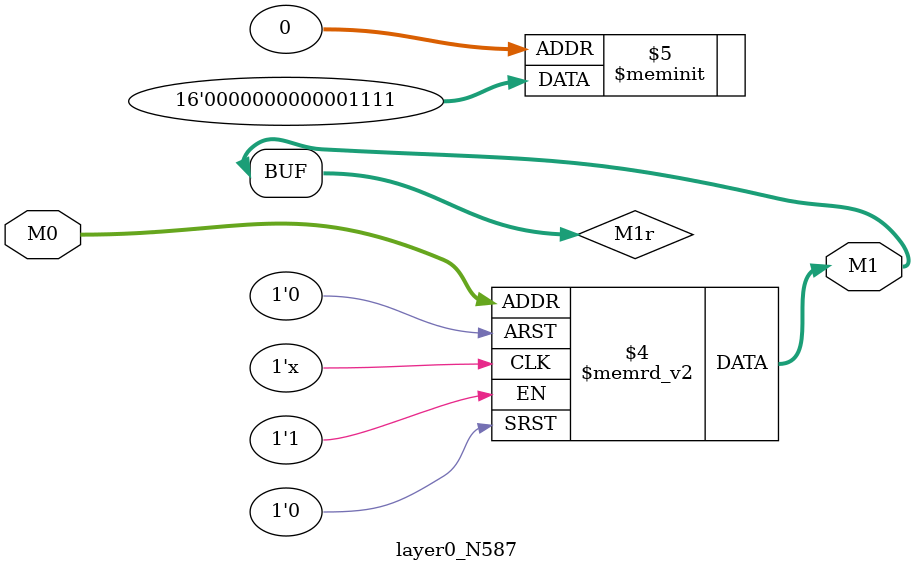
<source format=v>
module layer0_N587 ( input [2:0] M0, output [1:0] M1 );

	(*rom_style = "distributed" *) reg [1:0] M1r;
	assign M1 = M1r;
	always @ (M0) begin
		case (M0)
			3'b000: M1r = 2'b11;
			3'b100: M1r = 2'b00;
			3'b010: M1r = 2'b00;
			3'b110: M1r = 2'b00;
			3'b001: M1r = 2'b11;
			3'b101: M1r = 2'b00;
			3'b011: M1r = 2'b00;
			3'b111: M1r = 2'b00;

		endcase
	end
endmodule

</source>
